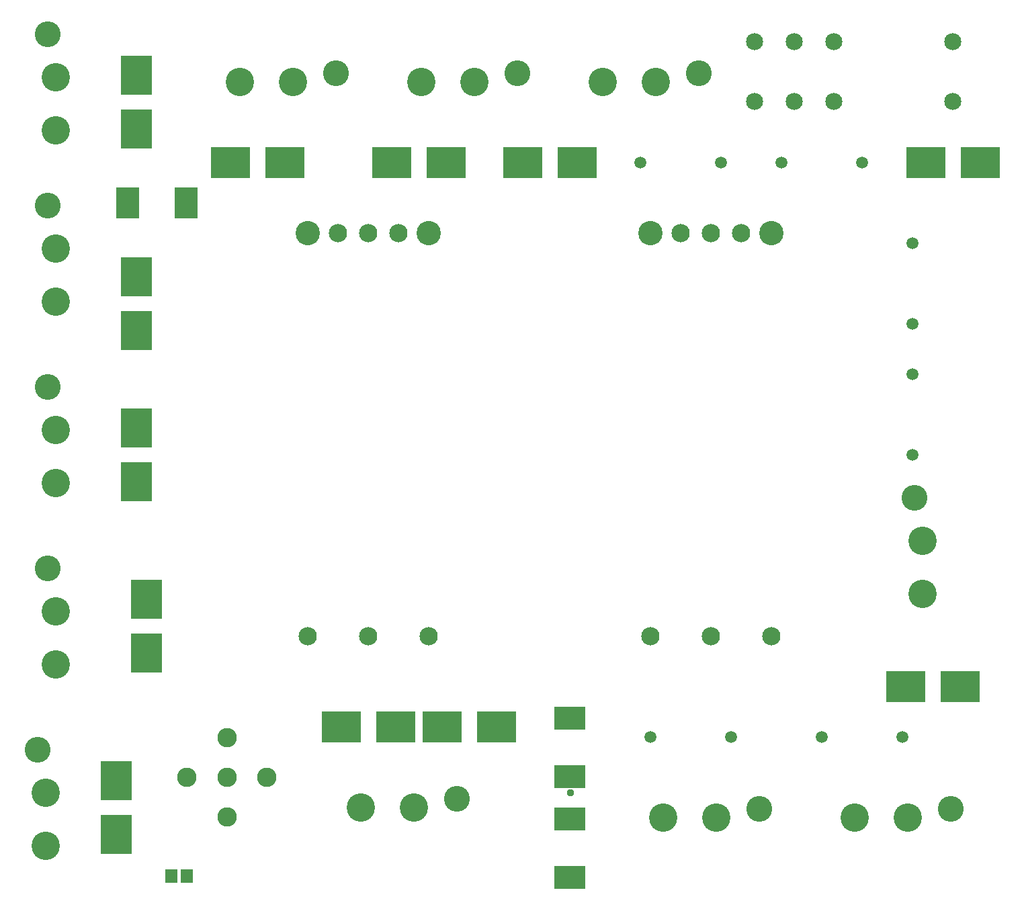
<source format=gts>
G04 EAGLE Gerber RS-274X export*
G04 #@! %TF.Part,Single*
G04 #@! %TF.FileFunction,Other,Top Soldermask*
G04 #@! %TF.FilePolarity,Positive*
G04 #@! %TF.GenerationSoftware,Autodesk,EAGLE,9.5.2*
G04 #@! %TF.CreationDate,2020-01-10T22:13:51Z*
G75*
%MOIN*%
%FSLAX34Y34*%
%LPD*%
%INTop Soldermask*%
%IPPOS*%
%AMOC8*
5,1,8,0,0,1.08239X$1,22.5*%
G01*
%ADD10C,0.140874*%
%ADD11C,0.128079*%
%ADD12R,0.193039X0.157606*%
%ADD13R,0.157606X0.193039*%
%ADD14C,0.084772*%
%ADD15R,0.157606X0.118236*%
%ADD16C,0.090677*%
%ADD17C,0.120795*%
%ADD18C,0.059496*%
%ADD19C,0.096583*%
%ADD20R,0.118236X0.157606*%
%ADD21R,0.059181X0.067055*%
%ADD22C,0.037780*%


D10*
X4000Y59114D03*
X4000Y61752D03*
D11*
X3567Y63878D03*
D10*
X4000Y67614D03*
X4000Y70252D03*
D11*
X3567Y72378D03*
D12*
X20839Y38000D03*
X18161Y38000D03*
X29839Y66000D03*
X27161Y66000D03*
X46161Y40000D03*
X48839Y40000D03*
X12661Y66000D03*
X15339Y66000D03*
D13*
X8000Y60339D03*
X8000Y57661D03*
X8000Y52839D03*
X8000Y50161D03*
D12*
X49839Y66000D03*
X47161Y66000D03*
X23161Y38000D03*
X25839Y38000D03*
D13*
X8500Y41661D03*
X8500Y44339D03*
X8000Y67661D03*
X8000Y70339D03*
X7000Y32661D03*
X7000Y35339D03*
D12*
X23339Y66000D03*
X20661Y66000D03*
D10*
X22114Y70000D03*
X24752Y70000D03*
D11*
X26878Y70433D03*
D10*
X31114Y70000D03*
X33752Y70000D03*
D11*
X35878Y70433D03*
D14*
X48500Y72000D03*
X42594Y72000D03*
X40626Y72000D03*
X38657Y72000D03*
X38657Y69047D03*
X40626Y69047D03*
X42594Y69047D03*
X48500Y69047D03*
D15*
X29500Y30543D03*
X29500Y33457D03*
D10*
X13114Y70000D03*
X15752Y70000D03*
D11*
X17878Y70433D03*
D10*
X4000Y50114D03*
X4000Y52752D03*
D11*
X3567Y54878D03*
D10*
X4000Y41114D03*
X4000Y43752D03*
D11*
X3567Y45878D03*
D10*
X3500Y32114D03*
X3500Y34752D03*
D11*
X3067Y36878D03*
D10*
X47000Y44614D03*
X47000Y47252D03*
D11*
X46567Y49378D03*
D16*
X16500Y42500D03*
X19500Y42500D03*
X22500Y42500D03*
D17*
X22500Y62500D03*
D16*
X21000Y62500D03*
X19500Y62500D03*
X18000Y62500D03*
D17*
X16500Y62500D03*
D16*
X33500Y42500D03*
X36500Y42500D03*
X39500Y42500D03*
D17*
X39500Y62500D03*
D16*
X38000Y62500D03*
X36500Y62500D03*
X35000Y62500D03*
D17*
X33500Y62500D03*
D10*
X19114Y34000D03*
X21752Y34000D03*
D11*
X23878Y34433D03*
D18*
X37500Y37500D03*
X33500Y37500D03*
X33000Y66000D03*
X37000Y66000D03*
X46000Y37500D03*
X42000Y37500D03*
X40000Y66000D03*
X44000Y66000D03*
D15*
X29500Y35543D03*
X29500Y38457D03*
D18*
X46500Y51500D03*
X46500Y55500D03*
X46500Y62000D03*
X46500Y58000D03*
D10*
X34114Y33500D03*
X36752Y33500D03*
D11*
X38878Y33933D03*
D10*
X43614Y33500D03*
X46252Y33500D03*
D11*
X48378Y33933D03*
D19*
X10500Y35500D03*
X12469Y37469D03*
X14437Y35500D03*
X12469Y33531D03*
X12469Y35500D03*
D20*
X7543Y64000D03*
X10457Y64000D03*
D21*
X9726Y30600D03*
X10474Y30600D03*
D22*
X29520Y34740D03*
M02*

</source>
